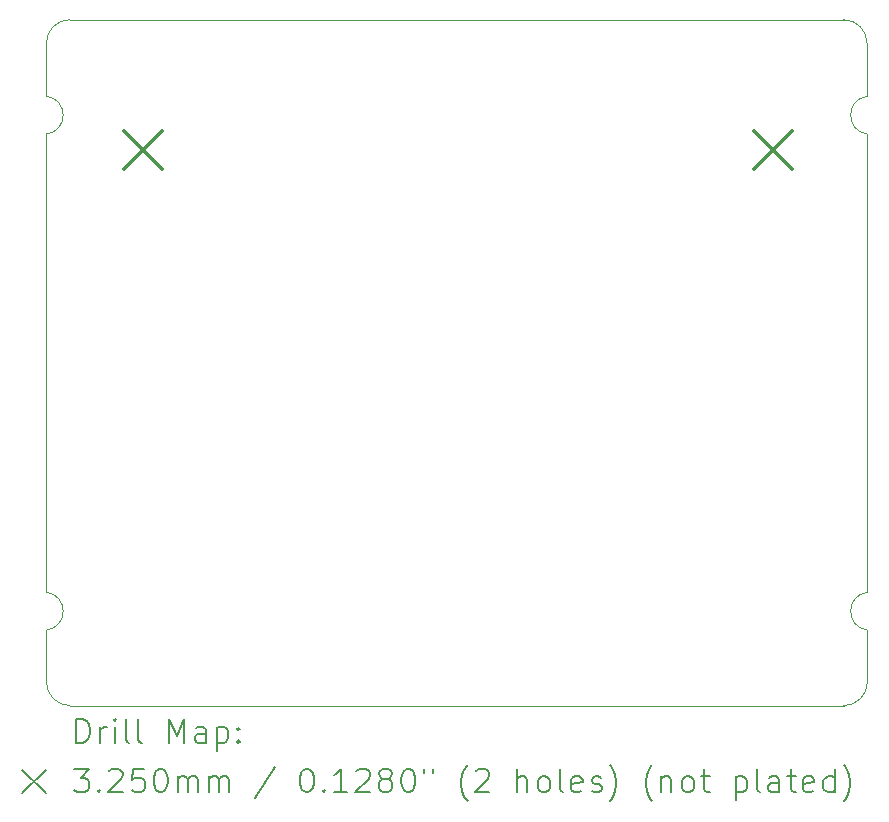
<source format=gbr>
%TF.GenerationSoftware,KiCad,Pcbnew,(6.0.9)*%
%TF.CreationDate,2023-11-10T22:20:47+05:30*%
%TF.ProjectId,RJ45-To-Terminal,524a3435-2d54-46f2-9d54-65726d696e61,2*%
%TF.SameCoordinates,Original*%
%TF.FileFunction,Drillmap*%
%TF.FilePolarity,Positive*%
%FSLAX45Y45*%
G04 Gerber Fmt 4.5, Leading zero omitted, Abs format (unit mm)*
G04 Created by KiCad (PCBNEW (6.0.9)) date 2023-11-10 22:20:47*
%MOMM*%
%LPD*%
G01*
G04 APERTURE LIST*
%ADD10C,0.050000*%
%ADD11C,0.200000*%
%ADD12C,0.325000*%
G04 APERTURE END LIST*
D10*
X11489600Y-7168200D02*
X11489600Y-11048200D01*
X11488019Y-6399981D02*
X11489600Y-6848200D01*
X11688019Y-6199981D02*
G75*
G03*
X11488019Y-6399981I0J-200000D01*
G01*
X11688019Y-6199981D02*
X18238019Y-6199981D01*
X18438019Y-6399981D02*
G75*
G03*
X18238019Y-6199981I-200000J0D01*
G01*
X18439600Y-7168200D02*
X18439600Y-11048200D01*
X18439600Y-11368200D02*
X18439600Y-11808200D01*
X18239600Y-12008200D02*
X11689600Y-12008200D01*
X18239600Y-12008200D02*
G75*
G03*
X18439600Y-11808200I0J200000D01*
G01*
X18439600Y-6848200D02*
G75*
G03*
X18439600Y-7168200I20070J-160000D01*
G01*
X11489600Y-11808200D02*
X11489600Y-11368200D01*
X11489600Y-11368200D02*
G75*
G03*
X11489600Y-11048200I-20070J160000D01*
G01*
X18439600Y-11048200D02*
G75*
G03*
X18439600Y-11368200I20070J-160000D01*
G01*
X18439600Y-6848200D02*
X18438019Y-6399981D01*
X11489600Y-7168200D02*
G75*
G03*
X11489600Y-6848200I-20070J160000D01*
G01*
X11489600Y-11808200D02*
G75*
G03*
X11689600Y-12008200I200000J0D01*
G01*
D11*
D12*
X12146340Y-7142440D02*
X12471340Y-7467440D01*
X12471340Y-7142440D02*
X12146340Y-7467440D01*
X17480340Y-7142440D02*
X17805340Y-7467440D01*
X17805340Y-7142440D02*
X17480340Y-7467440D01*
D11*
X11743138Y-12321176D02*
X11743138Y-12121176D01*
X11790757Y-12121176D01*
X11819328Y-12130700D01*
X11838376Y-12149748D01*
X11847899Y-12168795D01*
X11857423Y-12206890D01*
X11857423Y-12235462D01*
X11847899Y-12273557D01*
X11838376Y-12292605D01*
X11819328Y-12311652D01*
X11790757Y-12321176D01*
X11743138Y-12321176D01*
X11943138Y-12321176D02*
X11943138Y-12187843D01*
X11943138Y-12225938D02*
X11952661Y-12206890D01*
X11962185Y-12197367D01*
X11981233Y-12187843D01*
X12000280Y-12187843D01*
X12066947Y-12321176D02*
X12066947Y-12187843D01*
X12066947Y-12121176D02*
X12057423Y-12130700D01*
X12066947Y-12140224D01*
X12076471Y-12130700D01*
X12066947Y-12121176D01*
X12066947Y-12140224D01*
X12190757Y-12321176D02*
X12171709Y-12311652D01*
X12162185Y-12292605D01*
X12162185Y-12121176D01*
X12295519Y-12321176D02*
X12276471Y-12311652D01*
X12266947Y-12292605D01*
X12266947Y-12121176D01*
X12524090Y-12321176D02*
X12524090Y-12121176D01*
X12590757Y-12264033D01*
X12657423Y-12121176D01*
X12657423Y-12321176D01*
X12838376Y-12321176D02*
X12838376Y-12216414D01*
X12828852Y-12197367D01*
X12809804Y-12187843D01*
X12771709Y-12187843D01*
X12752661Y-12197367D01*
X12838376Y-12311652D02*
X12819328Y-12321176D01*
X12771709Y-12321176D01*
X12752661Y-12311652D01*
X12743138Y-12292605D01*
X12743138Y-12273557D01*
X12752661Y-12254509D01*
X12771709Y-12244986D01*
X12819328Y-12244986D01*
X12838376Y-12235462D01*
X12933614Y-12187843D02*
X12933614Y-12387843D01*
X12933614Y-12197367D02*
X12952661Y-12187843D01*
X12990757Y-12187843D01*
X13009804Y-12197367D01*
X13019328Y-12206890D01*
X13028852Y-12225938D01*
X13028852Y-12283081D01*
X13019328Y-12302128D01*
X13009804Y-12311652D01*
X12990757Y-12321176D01*
X12952661Y-12321176D01*
X12933614Y-12311652D01*
X13114566Y-12302128D02*
X13124090Y-12311652D01*
X13114566Y-12321176D01*
X13105042Y-12311652D01*
X13114566Y-12302128D01*
X13114566Y-12321176D01*
X13114566Y-12197367D02*
X13124090Y-12206890D01*
X13114566Y-12216414D01*
X13105042Y-12206890D01*
X13114566Y-12197367D01*
X13114566Y-12216414D01*
X11285519Y-12550700D02*
X11485519Y-12750700D01*
X11485519Y-12550700D02*
X11285519Y-12750700D01*
X11724090Y-12541176D02*
X11847899Y-12541176D01*
X11781233Y-12617367D01*
X11809804Y-12617367D01*
X11828852Y-12626890D01*
X11838376Y-12636414D01*
X11847899Y-12655462D01*
X11847899Y-12703081D01*
X11838376Y-12722128D01*
X11828852Y-12731652D01*
X11809804Y-12741176D01*
X11752661Y-12741176D01*
X11733614Y-12731652D01*
X11724090Y-12722128D01*
X11933614Y-12722128D02*
X11943138Y-12731652D01*
X11933614Y-12741176D01*
X11924090Y-12731652D01*
X11933614Y-12722128D01*
X11933614Y-12741176D01*
X12019328Y-12560224D02*
X12028852Y-12550700D01*
X12047899Y-12541176D01*
X12095519Y-12541176D01*
X12114566Y-12550700D01*
X12124090Y-12560224D01*
X12133614Y-12579271D01*
X12133614Y-12598319D01*
X12124090Y-12626890D01*
X12009804Y-12741176D01*
X12133614Y-12741176D01*
X12314566Y-12541176D02*
X12219328Y-12541176D01*
X12209804Y-12636414D01*
X12219328Y-12626890D01*
X12238376Y-12617367D01*
X12285995Y-12617367D01*
X12305042Y-12626890D01*
X12314566Y-12636414D01*
X12324090Y-12655462D01*
X12324090Y-12703081D01*
X12314566Y-12722128D01*
X12305042Y-12731652D01*
X12285995Y-12741176D01*
X12238376Y-12741176D01*
X12219328Y-12731652D01*
X12209804Y-12722128D01*
X12447899Y-12541176D02*
X12466947Y-12541176D01*
X12485995Y-12550700D01*
X12495519Y-12560224D01*
X12505042Y-12579271D01*
X12514566Y-12617367D01*
X12514566Y-12664986D01*
X12505042Y-12703081D01*
X12495519Y-12722128D01*
X12485995Y-12731652D01*
X12466947Y-12741176D01*
X12447899Y-12741176D01*
X12428852Y-12731652D01*
X12419328Y-12722128D01*
X12409804Y-12703081D01*
X12400280Y-12664986D01*
X12400280Y-12617367D01*
X12409804Y-12579271D01*
X12419328Y-12560224D01*
X12428852Y-12550700D01*
X12447899Y-12541176D01*
X12600280Y-12741176D02*
X12600280Y-12607843D01*
X12600280Y-12626890D02*
X12609804Y-12617367D01*
X12628852Y-12607843D01*
X12657423Y-12607843D01*
X12676471Y-12617367D01*
X12685995Y-12636414D01*
X12685995Y-12741176D01*
X12685995Y-12636414D02*
X12695519Y-12617367D01*
X12714566Y-12607843D01*
X12743138Y-12607843D01*
X12762185Y-12617367D01*
X12771709Y-12636414D01*
X12771709Y-12741176D01*
X12866947Y-12741176D02*
X12866947Y-12607843D01*
X12866947Y-12626890D02*
X12876471Y-12617367D01*
X12895519Y-12607843D01*
X12924090Y-12607843D01*
X12943138Y-12617367D01*
X12952661Y-12636414D01*
X12952661Y-12741176D01*
X12952661Y-12636414D02*
X12962185Y-12617367D01*
X12981233Y-12607843D01*
X13009804Y-12607843D01*
X13028852Y-12617367D01*
X13038376Y-12636414D01*
X13038376Y-12741176D01*
X13428852Y-12531652D02*
X13257423Y-12788795D01*
X13685995Y-12541176D02*
X13705042Y-12541176D01*
X13724090Y-12550700D01*
X13733614Y-12560224D01*
X13743138Y-12579271D01*
X13752661Y-12617367D01*
X13752661Y-12664986D01*
X13743138Y-12703081D01*
X13733614Y-12722128D01*
X13724090Y-12731652D01*
X13705042Y-12741176D01*
X13685995Y-12741176D01*
X13666947Y-12731652D01*
X13657423Y-12722128D01*
X13647899Y-12703081D01*
X13638376Y-12664986D01*
X13638376Y-12617367D01*
X13647899Y-12579271D01*
X13657423Y-12560224D01*
X13666947Y-12550700D01*
X13685995Y-12541176D01*
X13838376Y-12722128D02*
X13847899Y-12731652D01*
X13838376Y-12741176D01*
X13828852Y-12731652D01*
X13838376Y-12722128D01*
X13838376Y-12741176D01*
X14038376Y-12741176D02*
X13924090Y-12741176D01*
X13981233Y-12741176D02*
X13981233Y-12541176D01*
X13962185Y-12569748D01*
X13943138Y-12588795D01*
X13924090Y-12598319D01*
X14114566Y-12560224D02*
X14124090Y-12550700D01*
X14143138Y-12541176D01*
X14190757Y-12541176D01*
X14209804Y-12550700D01*
X14219328Y-12560224D01*
X14228852Y-12579271D01*
X14228852Y-12598319D01*
X14219328Y-12626890D01*
X14105042Y-12741176D01*
X14228852Y-12741176D01*
X14343138Y-12626890D02*
X14324090Y-12617367D01*
X14314566Y-12607843D01*
X14305042Y-12588795D01*
X14305042Y-12579271D01*
X14314566Y-12560224D01*
X14324090Y-12550700D01*
X14343138Y-12541176D01*
X14381233Y-12541176D01*
X14400280Y-12550700D01*
X14409804Y-12560224D01*
X14419328Y-12579271D01*
X14419328Y-12588795D01*
X14409804Y-12607843D01*
X14400280Y-12617367D01*
X14381233Y-12626890D01*
X14343138Y-12626890D01*
X14324090Y-12636414D01*
X14314566Y-12645938D01*
X14305042Y-12664986D01*
X14305042Y-12703081D01*
X14314566Y-12722128D01*
X14324090Y-12731652D01*
X14343138Y-12741176D01*
X14381233Y-12741176D01*
X14400280Y-12731652D01*
X14409804Y-12722128D01*
X14419328Y-12703081D01*
X14419328Y-12664986D01*
X14409804Y-12645938D01*
X14400280Y-12636414D01*
X14381233Y-12626890D01*
X14543138Y-12541176D02*
X14562185Y-12541176D01*
X14581233Y-12550700D01*
X14590757Y-12560224D01*
X14600280Y-12579271D01*
X14609804Y-12617367D01*
X14609804Y-12664986D01*
X14600280Y-12703081D01*
X14590757Y-12722128D01*
X14581233Y-12731652D01*
X14562185Y-12741176D01*
X14543138Y-12741176D01*
X14524090Y-12731652D01*
X14514566Y-12722128D01*
X14505042Y-12703081D01*
X14495519Y-12664986D01*
X14495519Y-12617367D01*
X14505042Y-12579271D01*
X14514566Y-12560224D01*
X14524090Y-12550700D01*
X14543138Y-12541176D01*
X14685995Y-12541176D02*
X14685995Y-12579271D01*
X14762185Y-12541176D02*
X14762185Y-12579271D01*
X15057423Y-12817367D02*
X15047899Y-12807843D01*
X15028852Y-12779271D01*
X15019328Y-12760224D01*
X15009804Y-12731652D01*
X15000280Y-12684033D01*
X15000280Y-12645938D01*
X15009804Y-12598319D01*
X15019328Y-12569748D01*
X15028852Y-12550700D01*
X15047899Y-12522128D01*
X15057423Y-12512605D01*
X15124090Y-12560224D02*
X15133614Y-12550700D01*
X15152661Y-12541176D01*
X15200280Y-12541176D01*
X15219328Y-12550700D01*
X15228852Y-12560224D01*
X15238376Y-12579271D01*
X15238376Y-12598319D01*
X15228852Y-12626890D01*
X15114566Y-12741176D01*
X15238376Y-12741176D01*
X15476471Y-12741176D02*
X15476471Y-12541176D01*
X15562185Y-12741176D02*
X15562185Y-12636414D01*
X15552661Y-12617367D01*
X15533614Y-12607843D01*
X15505042Y-12607843D01*
X15485995Y-12617367D01*
X15476471Y-12626890D01*
X15685995Y-12741176D02*
X15666947Y-12731652D01*
X15657423Y-12722128D01*
X15647899Y-12703081D01*
X15647899Y-12645938D01*
X15657423Y-12626890D01*
X15666947Y-12617367D01*
X15685995Y-12607843D01*
X15714566Y-12607843D01*
X15733614Y-12617367D01*
X15743138Y-12626890D01*
X15752661Y-12645938D01*
X15752661Y-12703081D01*
X15743138Y-12722128D01*
X15733614Y-12731652D01*
X15714566Y-12741176D01*
X15685995Y-12741176D01*
X15866947Y-12741176D02*
X15847899Y-12731652D01*
X15838376Y-12712605D01*
X15838376Y-12541176D01*
X16019328Y-12731652D02*
X16000280Y-12741176D01*
X15962185Y-12741176D01*
X15943138Y-12731652D01*
X15933614Y-12712605D01*
X15933614Y-12636414D01*
X15943138Y-12617367D01*
X15962185Y-12607843D01*
X16000280Y-12607843D01*
X16019328Y-12617367D01*
X16028852Y-12636414D01*
X16028852Y-12655462D01*
X15933614Y-12674509D01*
X16105042Y-12731652D02*
X16124090Y-12741176D01*
X16162185Y-12741176D01*
X16181233Y-12731652D01*
X16190757Y-12712605D01*
X16190757Y-12703081D01*
X16181233Y-12684033D01*
X16162185Y-12674509D01*
X16133614Y-12674509D01*
X16114566Y-12664986D01*
X16105042Y-12645938D01*
X16105042Y-12636414D01*
X16114566Y-12617367D01*
X16133614Y-12607843D01*
X16162185Y-12607843D01*
X16181233Y-12617367D01*
X16257423Y-12817367D02*
X16266947Y-12807843D01*
X16285995Y-12779271D01*
X16295518Y-12760224D01*
X16305042Y-12731652D01*
X16314566Y-12684033D01*
X16314566Y-12645938D01*
X16305042Y-12598319D01*
X16295518Y-12569748D01*
X16285995Y-12550700D01*
X16266947Y-12522128D01*
X16257423Y-12512605D01*
X16619328Y-12817367D02*
X16609804Y-12807843D01*
X16590757Y-12779271D01*
X16581233Y-12760224D01*
X16571709Y-12731652D01*
X16562185Y-12684033D01*
X16562185Y-12645938D01*
X16571709Y-12598319D01*
X16581233Y-12569748D01*
X16590757Y-12550700D01*
X16609804Y-12522128D01*
X16619328Y-12512605D01*
X16695518Y-12607843D02*
X16695518Y-12741176D01*
X16695518Y-12626890D02*
X16705042Y-12617367D01*
X16724090Y-12607843D01*
X16752661Y-12607843D01*
X16771709Y-12617367D01*
X16781233Y-12636414D01*
X16781233Y-12741176D01*
X16905042Y-12741176D02*
X16885995Y-12731652D01*
X16876471Y-12722128D01*
X16866947Y-12703081D01*
X16866947Y-12645938D01*
X16876471Y-12626890D01*
X16885995Y-12617367D01*
X16905042Y-12607843D01*
X16933614Y-12607843D01*
X16952661Y-12617367D01*
X16962185Y-12626890D01*
X16971709Y-12645938D01*
X16971709Y-12703081D01*
X16962185Y-12722128D01*
X16952661Y-12731652D01*
X16933614Y-12741176D01*
X16905042Y-12741176D01*
X17028852Y-12607843D02*
X17105042Y-12607843D01*
X17057423Y-12541176D02*
X17057423Y-12712605D01*
X17066947Y-12731652D01*
X17085995Y-12741176D01*
X17105042Y-12741176D01*
X17324090Y-12607843D02*
X17324090Y-12807843D01*
X17324090Y-12617367D02*
X17343138Y-12607843D01*
X17381233Y-12607843D01*
X17400281Y-12617367D01*
X17409804Y-12626890D01*
X17419328Y-12645938D01*
X17419328Y-12703081D01*
X17409804Y-12722128D01*
X17400281Y-12731652D01*
X17381233Y-12741176D01*
X17343138Y-12741176D01*
X17324090Y-12731652D01*
X17533614Y-12741176D02*
X17514566Y-12731652D01*
X17505042Y-12712605D01*
X17505042Y-12541176D01*
X17695519Y-12741176D02*
X17695519Y-12636414D01*
X17685995Y-12617367D01*
X17666947Y-12607843D01*
X17628852Y-12607843D01*
X17609804Y-12617367D01*
X17695519Y-12731652D02*
X17676471Y-12741176D01*
X17628852Y-12741176D01*
X17609804Y-12731652D01*
X17600281Y-12712605D01*
X17600281Y-12693557D01*
X17609804Y-12674509D01*
X17628852Y-12664986D01*
X17676471Y-12664986D01*
X17695519Y-12655462D01*
X17762185Y-12607843D02*
X17838376Y-12607843D01*
X17790757Y-12541176D02*
X17790757Y-12712605D01*
X17800281Y-12731652D01*
X17819328Y-12741176D01*
X17838376Y-12741176D01*
X17981233Y-12731652D02*
X17962185Y-12741176D01*
X17924090Y-12741176D01*
X17905042Y-12731652D01*
X17895519Y-12712605D01*
X17895519Y-12636414D01*
X17905042Y-12617367D01*
X17924090Y-12607843D01*
X17962185Y-12607843D01*
X17981233Y-12617367D01*
X17990757Y-12636414D01*
X17990757Y-12655462D01*
X17895519Y-12674509D01*
X18162185Y-12741176D02*
X18162185Y-12541176D01*
X18162185Y-12731652D02*
X18143138Y-12741176D01*
X18105042Y-12741176D01*
X18085995Y-12731652D01*
X18076471Y-12722128D01*
X18066947Y-12703081D01*
X18066947Y-12645938D01*
X18076471Y-12626890D01*
X18085995Y-12617367D01*
X18105042Y-12607843D01*
X18143138Y-12607843D01*
X18162185Y-12617367D01*
X18238376Y-12817367D02*
X18247900Y-12807843D01*
X18266947Y-12779271D01*
X18276471Y-12760224D01*
X18285995Y-12731652D01*
X18295519Y-12684033D01*
X18295519Y-12645938D01*
X18285995Y-12598319D01*
X18276471Y-12569748D01*
X18266947Y-12550700D01*
X18247900Y-12522128D01*
X18238376Y-12512605D01*
M02*

</source>
